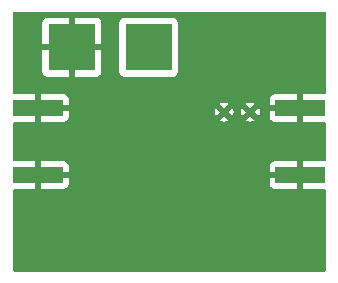
<source format=gbr>
%TF.GenerationSoftware,KiCad,Pcbnew,7.0.1*%
%TF.CreationDate,2023-06-23T15:30:34-04:00*%
%TF.ProjectId,bias-t,62696173-2d74-42e6-9b69-6361645f7063,1*%
%TF.SameCoordinates,Original*%
%TF.FileFunction,Copper,L2,Bot*%
%TF.FilePolarity,Positive*%
%FSLAX46Y46*%
G04 Gerber Fmt 4.6, Leading zero omitted, Abs format (unit mm)*
G04 Created by KiCad (PCBNEW 7.0.1) date 2023-06-23 15:30:34*
%MOMM*%
%LPD*%
G01*
G04 APERTURE LIST*
%TA.AperFunction,ComponentPad*%
%ADD10R,4.000000X4.000000*%
%TD*%
%TA.AperFunction,ComponentPad*%
%ADD11C,0.610000*%
%TD*%
%TA.AperFunction,SMDPad,CuDef*%
%ADD12R,4.200000X1.350000*%
%TD*%
%TA.AperFunction,ViaPad*%
%ADD13C,0.800000*%
%TD*%
G04 APERTURE END LIST*
D10*
%TO.P,TP1,1,1*%
%TO.N,Net-(D1-A)*%
X121500000Y-111000000D03*
%TD*%
D11*
%TO.P,FL2,2,GND*%
%TO.N,GND*%
X127895000Y-116500000D03*
%TO.P,FL2,4,GND*%
X130105000Y-116500000D03*
%TD*%
D12*
%TO.P,J3,2,Ext*%
%TO.N,GND*%
X112162500Y-116175000D03*
X112162500Y-121825000D03*
%TD*%
D10*
%TO.P,TP2,1,1*%
%TO.N,GND*%
X115000000Y-111000000D03*
%TD*%
D12*
%TO.P,J1,2,Ext*%
%TO.N,GND*%
X134337500Y-121825000D03*
X134337500Y-116175000D03*
%TD*%
D13*
%TO.N,GND*%
X114000000Y-124000000D03*
X124000000Y-114000000D03*
X112000000Y-114000000D03*
X120000000Y-126000000D03*
X118000000Y-126000000D03*
X128000000Y-126000000D03*
X132000000Y-128000000D03*
X130000000Y-122000000D03*
X128000000Y-128000000D03*
X136000000Y-128000000D03*
X136000000Y-126000000D03*
X118000000Y-122000000D03*
X134000000Y-112000000D03*
X126000000Y-116000000D03*
X128000000Y-124000000D03*
X136000000Y-110000000D03*
X116000000Y-128000000D03*
X120000000Y-124000000D03*
X124000000Y-124000000D03*
X134000000Y-124000000D03*
X134000000Y-128000000D03*
X134000000Y-110000000D03*
X134000000Y-114000000D03*
X122000000Y-116000000D03*
X132000000Y-124000000D03*
X124000000Y-126000000D03*
X112000000Y-110000000D03*
X120000000Y-122000000D03*
X114000000Y-126000000D03*
X116000000Y-114000000D03*
X124000000Y-116000000D03*
X128000000Y-122000000D03*
X120000000Y-114000000D03*
X134000000Y-126000000D03*
X130000000Y-126000000D03*
X126000000Y-114000000D03*
X126000000Y-122000000D03*
X112000000Y-126000000D03*
X112000000Y-124000000D03*
X114000000Y-114000000D03*
X118000000Y-128000000D03*
X118000000Y-124000000D03*
X132000000Y-114000000D03*
X116000000Y-124000000D03*
X114000000Y-128000000D03*
X122000000Y-126000000D03*
X112000000Y-112000000D03*
X120000000Y-116000000D03*
X124000000Y-122000000D03*
X122000000Y-114000000D03*
X136000000Y-124000000D03*
X116000000Y-116000000D03*
X126000000Y-124000000D03*
X118000000Y-114000000D03*
X136000000Y-112000000D03*
X130000000Y-128000000D03*
X126000000Y-126000000D03*
X132000000Y-126000000D03*
X122000000Y-122000000D03*
X122000000Y-124000000D03*
X136000000Y-114000000D03*
X126000000Y-128000000D03*
X130000000Y-124000000D03*
X116000000Y-126000000D03*
X124000000Y-128000000D03*
X112000000Y-128000000D03*
X116000000Y-122000000D03*
X122000000Y-128000000D03*
X120000000Y-128000000D03*
X118000000Y-116000000D03*
%TD*%
%TA.AperFunction,Conductor*%
%TO.N,GND*%
G36*
X136437500Y-108017113D02*
G01*
X136482887Y-108062500D01*
X136499500Y-108124500D01*
X136499500Y-114876000D01*
X136482887Y-114938000D01*
X136437500Y-114983387D01*
X136375500Y-115000000D01*
X134587500Y-115000000D01*
X134587500Y-117350000D01*
X136375500Y-117350000D01*
X136437500Y-117366613D01*
X136482887Y-117412000D01*
X136499500Y-117474000D01*
X136499500Y-120526000D01*
X136482887Y-120588000D01*
X136437500Y-120633387D01*
X136375500Y-120650000D01*
X134587500Y-120650000D01*
X134587500Y-123000000D01*
X136375500Y-123000000D01*
X136437500Y-123016613D01*
X136482887Y-123062000D01*
X136499500Y-123124000D01*
X136499500Y-129875500D01*
X136482887Y-129937500D01*
X136437500Y-129982887D01*
X136375500Y-129999500D01*
X110124500Y-129999500D01*
X110062500Y-129982887D01*
X110017113Y-129937500D01*
X110000500Y-129875500D01*
X110000500Y-123124000D01*
X110017113Y-123062000D01*
X110062500Y-123016613D01*
X110124500Y-123000000D01*
X111912500Y-123000000D01*
X111912500Y-122075000D01*
X112412500Y-122075000D01*
X112412500Y-123000000D01*
X114310324Y-123000000D01*
X114369875Y-122993597D01*
X114504589Y-122943352D01*
X114619688Y-122857188D01*
X114705852Y-122742089D01*
X114756097Y-122607375D01*
X114762500Y-122547824D01*
X114762500Y-122075000D01*
X131737500Y-122075000D01*
X131737500Y-122547824D01*
X131743902Y-122607375D01*
X131794147Y-122742089D01*
X131880311Y-122857188D01*
X131995410Y-122943352D01*
X132130124Y-122993597D01*
X132189676Y-123000000D01*
X134087500Y-123000000D01*
X134087500Y-122075000D01*
X131737500Y-122075000D01*
X114762500Y-122075000D01*
X112412500Y-122075000D01*
X111912500Y-122075000D01*
X111912500Y-120650000D01*
X112412500Y-120650000D01*
X112412500Y-121575000D01*
X114762500Y-121575000D01*
X131737500Y-121575000D01*
X134087500Y-121575000D01*
X134087500Y-120650000D01*
X132189676Y-120650000D01*
X132130124Y-120656402D01*
X131995410Y-120706647D01*
X131880311Y-120792811D01*
X131794147Y-120907910D01*
X131743902Y-121042624D01*
X131737500Y-121102176D01*
X131737500Y-121575000D01*
X114762500Y-121575000D01*
X114762500Y-121102176D01*
X114756097Y-121042624D01*
X114705852Y-120907910D01*
X114619688Y-120792811D01*
X114504589Y-120706647D01*
X114369875Y-120656402D01*
X114310324Y-120650000D01*
X112412500Y-120650000D01*
X111912500Y-120650000D01*
X110124500Y-120650000D01*
X110062500Y-120633387D01*
X110017113Y-120588000D01*
X110000500Y-120526000D01*
X110000500Y-117474000D01*
X110017113Y-117412000D01*
X110062500Y-117366613D01*
X110124500Y-117350000D01*
X111912500Y-117350000D01*
X111912500Y-116425000D01*
X112412500Y-116425000D01*
X112412500Y-117350000D01*
X114310324Y-117350000D01*
X114369875Y-117343597D01*
X114504589Y-117293352D01*
X114602190Y-117220287D01*
X127528263Y-117220287D01*
X127528264Y-117220288D01*
X127543508Y-117229867D01*
X127714741Y-117289783D01*
X127895000Y-117310094D01*
X128075258Y-117289783D01*
X128246489Y-117229867D01*
X128261734Y-117220287D01*
X129738263Y-117220287D01*
X129738264Y-117220288D01*
X129753508Y-117229867D01*
X129924741Y-117289783D01*
X130105000Y-117310094D01*
X130285258Y-117289783D01*
X130456489Y-117229867D01*
X130471734Y-117220287D01*
X130105001Y-116853553D01*
X130105000Y-116853553D01*
X129738263Y-117220287D01*
X128261734Y-117220287D01*
X127895001Y-116853553D01*
X127895000Y-116853553D01*
X127528263Y-117220287D01*
X114602190Y-117220287D01*
X114619688Y-117207188D01*
X114705852Y-117092089D01*
X114756097Y-116957375D01*
X114762500Y-116897824D01*
X114762500Y-116499999D01*
X127084905Y-116499999D01*
X127105216Y-116680258D01*
X127165132Y-116851488D01*
X127174711Y-116866734D01*
X127174712Y-116866735D01*
X127541447Y-116500001D01*
X128248553Y-116500001D01*
X128615287Y-116866734D01*
X128624867Y-116851489D01*
X128684783Y-116680258D01*
X128705094Y-116500000D01*
X128705094Y-116499999D01*
X129294905Y-116499999D01*
X129315216Y-116680258D01*
X129375132Y-116851488D01*
X129384711Y-116866734D01*
X129384712Y-116866735D01*
X129751447Y-116500001D01*
X130458553Y-116500001D01*
X130825287Y-116866734D01*
X130834867Y-116851489D01*
X130894783Y-116680258D01*
X130915094Y-116500000D01*
X130906643Y-116425000D01*
X131737500Y-116425000D01*
X131737500Y-116897824D01*
X131743902Y-116957375D01*
X131794147Y-117092089D01*
X131880311Y-117207188D01*
X131995410Y-117293352D01*
X132130124Y-117343597D01*
X132189676Y-117350000D01*
X134087500Y-117350000D01*
X134087500Y-116425000D01*
X131737500Y-116425000D01*
X130906643Y-116425000D01*
X130894783Y-116319741D01*
X130834867Y-116148508D01*
X130825288Y-116133264D01*
X130825287Y-116133263D01*
X130458553Y-116500000D01*
X130458553Y-116500001D01*
X129751447Y-116500001D01*
X129751447Y-116500000D01*
X129384711Y-116133264D01*
X129384709Y-116133264D01*
X129375131Y-116148511D01*
X129315216Y-116319739D01*
X129294905Y-116499999D01*
X128705094Y-116499999D01*
X128684783Y-116319741D01*
X128624867Y-116148508D01*
X128615288Y-116133264D01*
X128615287Y-116133263D01*
X128248553Y-116500000D01*
X128248553Y-116500001D01*
X127541447Y-116500001D01*
X127541447Y-116500000D01*
X127174711Y-116133264D01*
X127174709Y-116133264D01*
X127165131Y-116148511D01*
X127105216Y-116319739D01*
X127084905Y-116499999D01*
X114762500Y-116499999D01*
X114762500Y-116425000D01*
X112412500Y-116425000D01*
X111912500Y-116425000D01*
X111912500Y-115000000D01*
X112412500Y-115000000D01*
X112412500Y-115925000D01*
X114762500Y-115925000D01*
X114762500Y-115779711D01*
X127528264Y-115779711D01*
X127895000Y-116146447D01*
X127895001Y-116146447D01*
X128261735Y-115779712D01*
X128261734Y-115779711D01*
X129738264Y-115779711D01*
X130105000Y-116146447D01*
X130105001Y-116146447D01*
X130326447Y-115925000D01*
X131737500Y-115925000D01*
X134087500Y-115925000D01*
X134087500Y-115000000D01*
X132189676Y-115000000D01*
X132130124Y-115006402D01*
X131995410Y-115056647D01*
X131880311Y-115142811D01*
X131794147Y-115257910D01*
X131743902Y-115392624D01*
X131737500Y-115452176D01*
X131737500Y-115925000D01*
X130326447Y-115925000D01*
X130471735Y-115779712D01*
X130471734Y-115779711D01*
X130456488Y-115770132D01*
X130285258Y-115710216D01*
X130104999Y-115689905D01*
X129924739Y-115710216D01*
X129753511Y-115770131D01*
X129738264Y-115779709D01*
X129738264Y-115779711D01*
X128261734Y-115779711D01*
X128246488Y-115770132D01*
X128075258Y-115710216D01*
X127894999Y-115689905D01*
X127714739Y-115710216D01*
X127543511Y-115770131D01*
X127528264Y-115779709D01*
X127528264Y-115779711D01*
X114762500Y-115779711D01*
X114762500Y-115452176D01*
X114756097Y-115392624D01*
X114705852Y-115257910D01*
X114619688Y-115142811D01*
X114504589Y-115056647D01*
X114369875Y-115006402D01*
X114310324Y-115000000D01*
X112412500Y-115000000D01*
X111912500Y-115000000D01*
X110124500Y-115000000D01*
X110062500Y-114983387D01*
X110017113Y-114938000D01*
X110000500Y-114876000D01*
X110000500Y-111250000D01*
X112500000Y-111250000D01*
X112500000Y-113047824D01*
X112506402Y-113107375D01*
X112556647Y-113242089D01*
X112642811Y-113357188D01*
X112757910Y-113443352D01*
X112892624Y-113493597D01*
X112952176Y-113500000D01*
X114750000Y-113500000D01*
X114750000Y-111250000D01*
X115250000Y-111250000D01*
X115250000Y-113500000D01*
X117047824Y-113500000D01*
X117107375Y-113493597D01*
X117242089Y-113443352D01*
X117357188Y-113357188D01*
X117443352Y-113242089D01*
X117493597Y-113107375D01*
X117499995Y-113047869D01*
X118999500Y-113047869D01*
X119005897Y-113107375D01*
X119005909Y-113107483D01*
X119056204Y-113242331D01*
X119142454Y-113357546D01*
X119257669Y-113443796D01*
X119392517Y-113494091D01*
X119452127Y-113500500D01*
X123547872Y-113500499D01*
X123607483Y-113494091D01*
X123742331Y-113443796D01*
X123857546Y-113357546D01*
X123943796Y-113242331D01*
X123994091Y-113107483D01*
X124000500Y-113047873D01*
X124000499Y-108952128D01*
X123994091Y-108892517D01*
X123943796Y-108757669D01*
X123857546Y-108642454D01*
X123742331Y-108556204D01*
X123607483Y-108505909D01*
X123547873Y-108499500D01*
X123547869Y-108499500D01*
X119452130Y-108499500D01*
X119392515Y-108505909D01*
X119257669Y-108556204D01*
X119142454Y-108642454D01*
X119056204Y-108757668D01*
X119005909Y-108892516D01*
X118999500Y-108952130D01*
X118999500Y-113047869D01*
X117499995Y-113047869D01*
X117500000Y-113047824D01*
X117500000Y-111250000D01*
X115250000Y-111250000D01*
X114750000Y-111250000D01*
X112500000Y-111250000D01*
X110000500Y-111250000D01*
X110000500Y-110750000D01*
X112500000Y-110750000D01*
X114750000Y-110750000D01*
X114750000Y-108500000D01*
X115250000Y-108500000D01*
X115250000Y-110750000D01*
X117500000Y-110750000D01*
X117500000Y-108952176D01*
X117493597Y-108892624D01*
X117443352Y-108757910D01*
X117357188Y-108642811D01*
X117242089Y-108556647D01*
X117107375Y-108506402D01*
X117047824Y-108500000D01*
X115250000Y-108500000D01*
X114750000Y-108500000D01*
X112952176Y-108500000D01*
X112892624Y-108506402D01*
X112757910Y-108556647D01*
X112642811Y-108642811D01*
X112556647Y-108757910D01*
X112506402Y-108892624D01*
X112500000Y-108952176D01*
X112500000Y-110750000D01*
X110000500Y-110750000D01*
X110000500Y-108124500D01*
X110017113Y-108062500D01*
X110062500Y-108017113D01*
X110124500Y-108000500D01*
X136375500Y-108000500D01*
X136437500Y-108017113D01*
G37*
%TD.AperFunction*%
%TD*%
M02*

</source>
